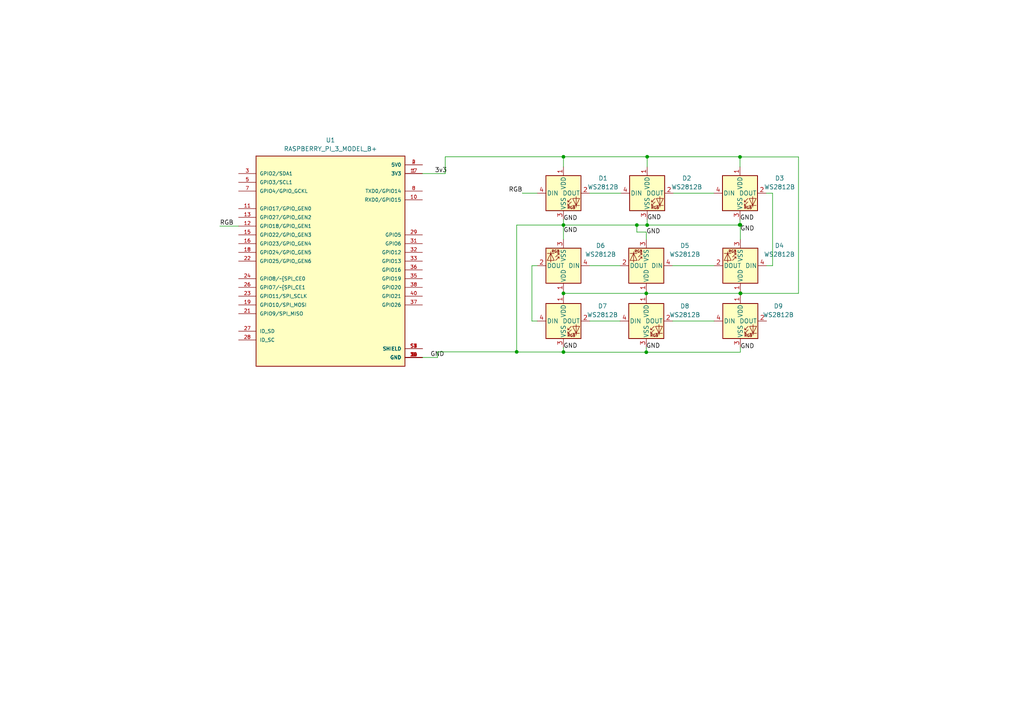
<source format=kicad_sch>
(kicad_sch (version 20211123) (generator eeschema)
  (paper "A4")
  (lib_symbols
    (symbol "LED:WS2812B" (pin_names (offset 0.254))
      (property "Reference" "D" (at 5.08 5.715 0))
      (property "Value" "WS2812B" (at 1.27 -5.715 0))
      (symbol "WS2812B_0_0"
        (text "RGB" (at 2.286 -4.191 0) (effects (font (size 0.762 0.762))))
      )
      (symbol "WS2812B_0_1"
        (polyline (pts (xy 1.27 -3.556) (xy 1.778 -3.556)))
        (polyline (pts (xy 1.27 -2.54) (xy 1.778 -2.54)))
        (polyline (pts (xy 4.699 -3.556) (xy 2.667 -3.556)))
        (polyline (pts (xy 2.286 -2.54) (xy 1.27 -3.556) (xy 1.27 -3.048)))
        (polyline (pts (xy 2.286 -1.524) (xy 1.27 -2.54) (xy 1.27 -2.032)))
        (polyline (pts (xy 3.683 -1.016) (xy 3.683 -3.556) (xy 3.683 -4.064)))
        (polyline (pts (xy 4.699 -1.524) (xy 2.667 -1.524) (xy 3.683 -3.556) (xy 4.699 -1.524)))
        (rectangle (start 5.08 5.08) (end -5.08 -5.08) (stroke (width 0.254)) (fill (type background)))
      )
      (symbol "WS2812B_1_1"
        (pin power_in line (at 0 7.62 270) (length 2.54) (name "VDD") (number "1"))
        (pin output line (at 7.62 0 180) (length 2.54) (name "DOUT") (number "2"))
        (pin power_in line (at 0 -7.62 90) (length 2.54) (name "VSS") (number "3"))
        (pin input line (at -7.62 0 0) (length 2.54) (name "DIN") (number "4"))
      )
    )
    (symbol "RASPBERRY_PI_3_MODEL_B_:RASPBERRY_PI_3_MODEL_B+" (pin_names (offset 1.016))
      (property "Reference" "U" (at -22.86 27.94 0))
      (property "Value" "RASPBERRY_PI_3_MODEL_B+" (at -22.86 -37.465 0))
      (symbol "RASPBERRY_PI_3_MODEL_B+_0_0"
        (rectangle (start -22.86 -35.56) (end 20.32 25.4) (stroke (width 0.254)) (fill (type background)))
        (pin power_in line (at 25.4 20.32 180) (length 5.08) (name "3V3") (number "1"))
        (pin bidirectional line (at 25.4 12.7 180) (length 5.08) (name "RXD0/GPIO15") (number "10"))
        (pin bidirectional line (at -27.94 10.16 0) (length 5.08) (name "GPIO17/GPIO_GEN0") (number "11"))
        (pin bidirectional line (at -27.94 5.08 0) (length 5.08) (name "GPIO18/GPIO_GEN1") (number "12"))
        (pin bidirectional line (at -27.94 7.62 0) (length 5.08) (name "GPIO27/GPIO_GEN2") (number "13"))
        (pin power_in line (at 25.4 -33.02 180) (length 5.08) (name "GND") (number "14"))
        (pin bidirectional line (at -27.94 2.54 0) (length 5.08) (name "GPIO22/GPIO_GEN3") (number "15"))
        (pin bidirectional line (at -27.94 0 0) (length 5.08) (name "GPIO23/GPIO_GEN4") (number "16"))
        (pin power_in line (at 25.4 20.32 180) (length 5.08) (name "3V3") (number "17"))
        (pin bidirectional line (at -27.94 -2.54 0) (length 5.08) (name "GPIO24/GPIO_GEN5") (number "18"))
        (pin bidirectional line (at -27.94 -17.78 0) (length 5.08) (name "GPIO10/SPI_MOSI") (number "19"))
        (pin power_in line (at 25.4 22.86 180) (length 5.08) (name "5V0") (number "2"))
        (pin power_in line (at 25.4 -33.02 180) (length 5.08) (name "GND") (number "20"))
        (pin bidirectional line (at -27.94 -20.32 0) (length 5.08) (name "GPIO9/SPI_MISO") (number "21"))
        (pin bidirectional line (at -27.94 -5.08 0) (length 5.08) (name "GPIO25/GPIO_GEN6") (number "22"))
        (pin bidirectional line (at -27.94 -15.24 0) (length 5.08) (name "GPIO11/SPI_SCLK") (number "23"))
        (pin bidirectional line (at -27.94 -10.16 0) (length 5.08) (name "GPIO8/~{SPI_CE0~{}") (number "24"))
        (pin power_in line (at 25.4 -33.02 180) (length 5.08) (name "GND") (number "25"))
        (pin bidirectional line (at -27.94 -12.7 0) (length 5.08) (name "GPIO7/~{SPI_CE1~{}") (number "26"))
        (pin bidirectional line (at -27.94 -25.4 0) (length 5.08) (name "ID_SD") (number "27"))
        (pin bidirectional line (at -27.94 -27.94 0) (length 5.08) (name "ID_SC") (number "28"))
        (pin bidirectional line (at 25.4 2.54 180) (length 5.08) (name "GPIO5") (number "29"))
        (pin bidirectional line (at -27.94 20.32 0) (length 5.08) (name "GPIO2/SDA1") (number "3"))
        (pin power_in line (at 25.4 -33.02 180) (length 5.08) (name "GND") (number "30"))
        (pin bidirectional line (at 25.4 0 180) (length 5.08) (name "GPIO6") (number "31"))
        (pin bidirectional line (at 25.4 -2.54 180) (length 5.08) (name "GPIO12") (number "32"))
        (pin bidirectional line (at 25.4 -5.08 180) (length 5.08) (name "GPIO13") (number "33"))
        (pin power_in line (at 25.4 -33.02 180) (length 5.08) (name "GND") (number "34"))
        (pin bidirectional line (at 25.4 -10.16 180) (length 5.08) (name "GPIO19") (number "35"))
        (pin bidirectional line (at 25.4 -7.62 180) (length 5.08) (name "GPIO16") (number "36"))
        (pin bidirectional line (at 25.4 -17.78 180) (length 5.08) (name "GPIO26") (number "37"))
        (pin bidirectional line (at 25.4 -12.7 180) (length 5.08) (name "GPIO20") (number "38"))
        (pin power_in line (at 25.4 -33.02 180) (length 5.08) (name "GND") (number "39"))
        (pin power_in line (at 25.4 22.86 180) (length 5.08) (name "5V0") (number "4"))
        (pin bidirectional line (at 25.4 -15.24 180) (length 5.08) (name "GPIO21") (number "40"))
        (pin bidirectional line (at -27.94 17.78 0) (length 5.08) (name "GPIO3/SCL1") (number "5"))
        (pin power_in line (at 25.4 -33.02 180) (length 5.08) (name "GND") (number "6"))
        (pin bidirectional line (at -27.94 15.24 0) (length 5.08) (name "GPIO4/GPIO_GCKL") (number "7"))
        (pin bidirectional line (at 25.4 15.24 180) (length 5.08) (name "TXD0/GPIO14") (number "8"))
        (pin power_in line (at 25.4 -33.02 180) (length 5.08) (name "GND") (number "9"))
        (pin power_in line (at 25.4 -30.48 180) (length 5.08) (name "SHIELD") (number "S1"))
        (pin power_in line (at 25.4 -30.48 180) (length 5.08) (name "SHIELD") (number "S2"))
        (pin power_in line (at 25.4 -30.48 180) (length 5.08) (name "SHIELD") (number "S3"))
        (pin power_in line (at 25.4 -30.48 180) (length 5.08) (name "SHIELD") (number "S4"))
      )
    )
  )
  (junction (at 214.5284 65.2272))
  (junction (at 214.63 45.5168))
  (junction (at 149.86 102.0572))
  (junction (at 163.4236 85.09))
  (junction (at 187.452 102.1588))
  (junction (at 187.452 85.09))
  (junction (at 214.7824 85.09))
  (junction (at 187.706 65.278))
  (junction (at 214.7316 65.2272))
  (junction (at 163.4236 45.466))
  (junction (at 184.7088 65.278))
  (junction (at 187.706 45.466))
  (junction (at 214.7316 85.09))
  (junction (at 163.4236 102.108))
  (junction (at 163.4236 65.278))
  (wire (pts (xy 126.8984 103.6828) (xy 126.8984 102.0572)))
  (wire (pts (xy 214.63 45.5168) (xy 231.5972 45.5168)))
  (wire (pts (xy 122.5296 103.6828) (xy 126.8984 103.6828)))
  (wire (pts (xy 155.8036 56.0324) (xy 151.5364 56.0324)))
  (wire (pts (xy 187.452 84.6836) (xy 187.452 85.09)))
  (wire (pts (xy 184.7088 67.31) (xy 184.7088 65.278)))
  (wire (pts (xy 184.7088 65.278) (xy 163.4236 65.278)))
  (wire (pts (xy 224.0788 77.0636) (xy 222.3516 77.0636)))
  (wire (pts (xy 63.754 65.5828) (xy 69.1896 65.5828)))
  (wire (pts (xy 171.0436 93.1164) (xy 179.832 93.1164)))
  (wire (pts (xy 214.63 45.5168) (xy 214.63 45.466)))
  (wire (pts (xy 214.63 45.466) (xy 187.706 45.466)))
  (wire (pts (xy 149.86 65.278) (xy 149.86 102.0572)))
  (wire (pts (xy 214.7316 102.1588) (xy 187.452 102.1588)))
  (wire (pts (xy 151.5364 55.9816) (xy 151.5364 56.0324)))
  (wire (pts (xy 163.4236 45.466) (xy 129.1336 45.466)))
  (wire (pts (xy 126.8984 102.0572) (xy 149.86 102.0572)))
  (wire (pts (xy 171.0436 77.0636) (xy 179.832 77.0636)))
  (wire (pts (xy 224.0788 56.0324) (xy 224.0788 77.0636)))
  (wire (pts (xy 195.072 77.0636) (xy 207.1116 77.0636)))
  (wire (pts (xy 163.4236 85.09) (xy 187.452 85.09)))
  (wire (pts (xy 187.452 69.4436) (xy 187.452 67.31)))
  (wire (pts (xy 149.86 102.108) (xy 163.4236 102.108)))
  (wire (pts (xy 163.4236 102.108) (xy 163.4236 102.1588)))
  (wire (pts (xy 214.7316 69.4436) (xy 214.7316 65.2272)))
  (wire (pts (xy 187.452 102.1588) (xy 187.452 100.7364)))
  (wire (pts (xy 154.2796 93.1164) (xy 154.2796 77.0636)))
  (wire (pts (xy 214.7316 100.7364) (xy 214.7316 102.1588)))
  (wire (pts (xy 171.0436 56.0324) (xy 180.086 56.0324)))
  (wire (pts (xy 155.8036 93.1164) (xy 154.2796 93.1164)))
  (wire (pts (xy 163.4236 84.6836) (xy 163.4236 85.09)))
  (wire (pts (xy 163.4236 45.466) (xy 187.706 45.466)))
  (wire (pts (xy 154.2796 77.0636) (xy 155.8036 77.0636)))
  (wire (pts (xy 129.1336 50.3428) (xy 122.5296 50.3428)))
  (wire (pts (xy 222.25 56.0324) (xy 224.0788 56.0324)))
  (wire (pts (xy 195.072 93.1164) (xy 207.1116 93.1164)))
  (wire (pts (xy 187.706 63.6524) (xy 187.706 65.278)))
  (wire (pts (xy 195.326 56.0324) (xy 207.01 56.0324)))
  (wire (pts (xy 149.86 102.0572) (xy 149.86 102.108)))
  (wire (pts (xy 163.4236 65.278) (xy 149.86 65.278)))
  (wire (pts (xy 231.5972 85.09) (xy 214.7824 85.09)))
  (wire (pts (xy 187.706 45.466) (xy 187.706 48.4124)))
  (wire (pts (xy 163.4236 85.09) (xy 163.4236 85.4964)))
  (wire (pts (xy 187.452 85.09) (xy 187.452 85.4964)))
  (wire (pts (xy 214.7316 85.09) (xy 214.7316 85.4964)))
  (wire (pts (xy 163.4236 63.6524) (xy 163.4236 65.278)))
  (wire (pts (xy 129.1336 45.466) (xy 129.1336 50.3428)))
  (wire (pts (xy 214.7316 65.2272) (xy 214.5284 65.2272)))
  (wire (pts (xy 214.63 48.4124) (xy 214.63 45.5168)))
  (wire (pts (xy 187.706 65.278) (xy 184.7088 65.278)))
  (wire (pts (xy 163.4236 100.7364) (xy 163.4236 102.108)))
  (wire (pts (xy 163.4236 102.1588) (xy 187.452 102.1588)))
  (wire (pts (xy 187.452 67.31) (xy 184.7088 67.31)))
  (wire (pts (xy 214.63 65.278) (xy 187.706 65.278)))
  (wire (pts (xy 214.7316 84.6836) (xy 214.7316 85.09)))
  (wire (pts (xy 163.4236 65.278) (xy 163.4236 69.4436)))
  (wire (pts (xy 231.5972 45.5168) (xy 231.5972 85.09)))
  (wire (pts (xy 214.63 63.6524) (xy 214.63 65.278)))
  (wire (pts (xy 187.452 85.09) (xy 214.7316 85.09)))
  (wire (pts (xy 163.4236 48.4124) (xy 163.4236 45.466)))
  (label "GND" (at 163.4236 101.2952 0))
  (label "GND" (at 187.452 68.072 0))
  (label "3v3" (at 126.0856 50.3428 0))
  (label "GND" (at 214.7316 67.2592 0))
  (label "GND" (at 124.8156 103.6828 0))
  (label "GND" (at 187.706 64.008 0))
  (label "GND" (at 214.7316 101.3968 0))
  (label "RGB" (at 63.754 65.5828 0))
  (label "GND" (at 187.4012 101.2952 0))
  (label "GND" (at 163.4236 67.7164 0))
  (label "GND" (at 163.4236 64.2112 0))
  (label "RGB" (at 151.5364 55.9816 180))
  (label "GND" (at 214.63 64.1096 0))
  (symbol (lib_id "RASPBERRY_PI_3_MODEL_B_:RASPBERRY_PI_3_MODEL_B+") (at 97.1296 70.6628 0) (unit 1)
    (property "Reference" "U1" (at 95.8596 40.64 0))
    (property "Value" "RASPBERRY_PI_3_MODEL_B+" (at 95.8596 43.18 0))
    (property "Footprint" "Module:Raspberry_Pi_Zero_Socketed_THT_FaceDown_MountingHoles" (effects hide))
    (property "MAXIMUM_PACKAGE_HIEGHT" "18mm" (effects hide))
    (property "MANUFACTURER" "Raspberry Pi" (effects hide))
    (property "PARTREV" "1.0" (effects hide))
    (property "STANDARD" "Manufacturer Recommendations" (effects hide))
  )
  (symbol (lib_id "LED:WS2812B") (at 187.452 77.0636 180) (unit 1)
    (property "Reference" "D5" (at 198.628 71.2341 0))
    (property "Value" "WS2812B" (at 198.628 73.7741 0))
    (property "Footprint" "LED_SMD:LED_WS2812B_PLCC4_5.0x5.0mm_P3.2mm" (effects hide))
    (property "Datasheet" "https://cdn-shop.adafruit.com/datasheets/WS2812B.pdf" (effects hide))
  )
  (symbol (lib_id "LED:WS2812B") (at 187.452 93.1164 0) (unit 1)
    (property "Reference" "D8" (at 198.628 88.7857 0))
    (property "Value" "WS2812B" (at 198.628 91.3257 0))
    (property "Footprint" "LED_SMD:LED_WS2812B_PLCC4_5.0x5.0mm_P3.2mm" (effects hide))
    (property "Datasheet" "https://cdn-shop.adafruit.com/datasheets/WS2812B.pdf" (effects hide))
  )
  (symbol (lib_id "LED:WS2812B") (at 163.4236 56.0324 0) (unit 1)
    (property "Reference" "D1" (at 174.9044 51.7017 0))
    (property "Value" "WS2812B" (at 174.9044 54.2417 0))
    (property "Footprint" "LED_SMD:LED_WS2812B_PLCC4_5.0x5.0mm_P3.2mm" (effects hide))
    (property "Datasheet" "https://cdn-shop.adafruit.com/datasheets/WS2812B.pdf" (effects hide))
  )
  (symbol (lib_id "LED:WS2812B") (at 163.4236 77.0636 180) (unit 1)
    (property "Reference" "D6" (at 174.1932 71.2341 0))
    (property "Value" "WS2812B" (at 174.1932 73.7741 0))
    (property "Footprint" "LED_SMD:LED_WS2812B_PLCC4_5.0x5.0mm_P3.2mm" (effects hide))
    (property "Datasheet" "https://cdn-shop.adafruit.com/datasheets/WS2812B.pdf" (effects hide))
  )
  (symbol (lib_id "LED:WS2812B") (at 214.63 56.0324 0) (unit 1)
    (property "Reference" "D3" (at 226.1108 51.7017 0))
    (property "Value" "WS2812B" (at 226.1108 54.2417 0))
    (property "Footprint" "LED_SMD:LED_WS2812B_PLCC4_5.0x5.0mm_P3.2mm" (effects hide))
    (property "Datasheet" "https://cdn-shop.adafruit.com/datasheets/WS2812B.pdf" (effects hide))
  )
  (symbol (lib_id "LED:WS2812B") (at 214.7316 77.0636 180) (unit 1)
    (property "Reference" "D4" (at 226.06 71.2341 0))
    (property "Value" "WS2812B" (at 226.06 73.7741 0))
    (property "Footprint" "LED_SMD:LED_WS2812B_PLCC4_5.0x5.0mm_P3.2mm" (effects hide))
    (property "Datasheet" "https://cdn-shop.adafruit.com/datasheets/WS2812B.pdf" (effects hide))
  )
  (symbol (lib_id "LED:WS2812B") (at 187.706 56.0324 0) (unit 1)
    (property "Reference" "D2" (at 199.1868 51.7017 0))
    (property "Value" "WS2812B" (at 199.1868 54.2417 0))
    (property "Footprint" "LED_SMD:LED_WS2812B_PLCC4_5.0x5.0mm_P3.2mm" (effects hide))
    (property "Datasheet" "https://cdn-shop.adafruit.com/datasheets/WS2812B.pdf" (effects hide))
  )
  (symbol (lib_id "LED:WS2812B") (at 214.7316 93.1164 0) (unit 1)
    (property "Reference" "D9" (at 225.7552 88.7857 0))
    (property "Value" "WS2812B" (at 225.7552 91.3257 0))
    (property "Footprint" "LED_SMD:LED_WS2812B_PLCC4_5.0x5.0mm_P3.2mm" (effects hide))
    (property "Datasheet" "https://cdn-shop.adafruit.com/datasheets/WS2812B.pdf" (effects hide))
  )
  (symbol (lib_id "LED:WS2812B") (at 163.4236 93.1164 0) (unit 1)
    (property "Reference" "D7" (at 174.752 88.7857 0))
    (property "Value" "WS2812B" (at 174.752 91.3257 0))
    (property "Footprint" "LED_SMD:LED_WS2812B_PLCC4_5.0x5.0mm_P3.2mm" (effects hide))
    (property "Datasheet" "https://cdn-shop.adafruit.com/datasheets/WS2812B.pdf" (effects hide))
  )
)
</source>
